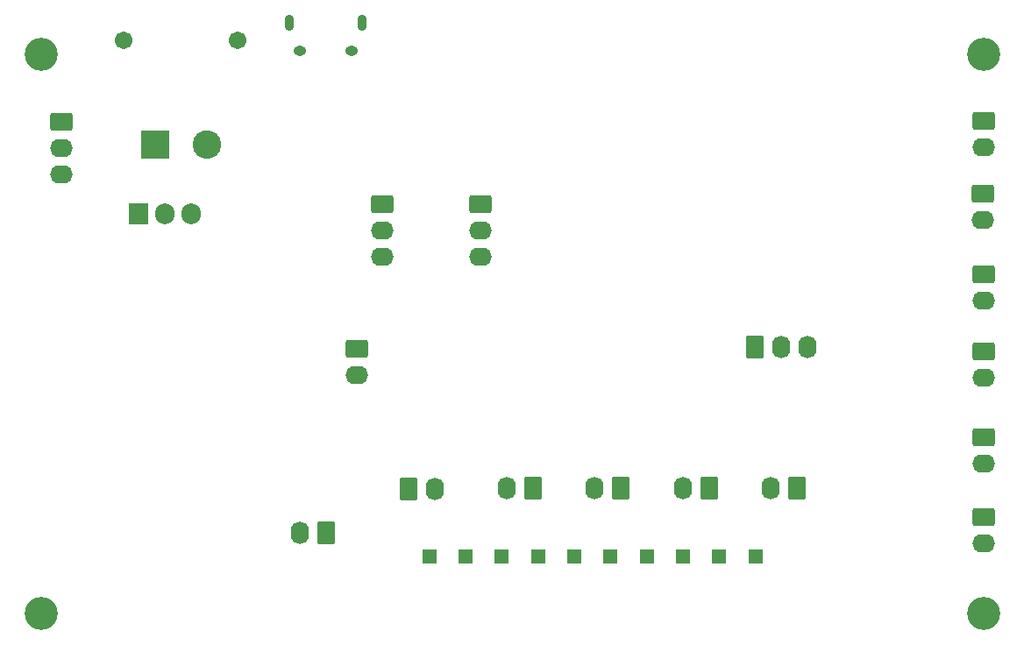
<source format=gbr>
%TF.GenerationSoftware,KiCad,Pcbnew,8.0.8*%
%TF.CreationDate,2025-03-31T14:22:47-05:00*%
%TF.ProjectId,Smart Tripod,536d6172-7420-4547-9269-706f642e6b69,rev?*%
%TF.SameCoordinates,Original*%
%TF.FileFunction,Soldermask,Bot*%
%TF.FilePolarity,Negative*%
%FSLAX46Y46*%
G04 Gerber Fmt 4.6, Leading zero omitted, Abs format (unit mm)*
G04 Created by KiCad (PCBNEW 8.0.8) date 2025-03-31 14:22:47*
%MOMM*%
%LPD*%
G01*
G04 APERTURE LIST*
G04 Aperture macros list*
%AMRoundRect*
0 Rectangle with rounded corners*
0 $1 Rounding radius*
0 $2 $3 $4 $5 $6 $7 $8 $9 X,Y pos of 4 corners*
0 Add a 4 corners polygon primitive as box body*
4,1,4,$2,$3,$4,$5,$6,$7,$8,$9,$2,$3,0*
0 Add four circle primitives for the rounded corners*
1,1,$1+$1,$2,$3*
1,1,$1+$1,$4,$5*
1,1,$1+$1,$6,$7*
1,1,$1+$1,$8,$9*
0 Add four rect primitives between the rounded corners*
20,1,$1+$1,$2,$3,$4,$5,0*
20,1,$1+$1,$4,$5,$6,$7,0*
20,1,$1+$1,$6,$7,$8,$9,0*
20,1,$1+$1,$8,$9,$2,$3,0*%
G04 Aperture macros list end*
%ADD10R,1.350000X1.350000*%
%ADD11RoundRect,0.250000X-0.845000X0.620000X-0.845000X-0.620000X0.845000X-0.620000X0.845000X0.620000X0*%
%ADD12O,2.190000X1.740000*%
%ADD13RoundRect,0.250000X0.620000X0.845000X-0.620000X0.845000X-0.620000X-0.845000X0.620000X-0.845000X0*%
%ADD14O,1.740000X2.190000*%
%ADD15RoundRect,0.250000X-0.620000X-0.845000X0.620000X-0.845000X0.620000X0.845000X-0.620000X0.845000X0*%
%ADD16C,2.754000*%
%ADD17RoundRect,0.102000X-1.275000X-1.275000X1.275000X-1.275000X1.275000X1.275000X-1.275000X1.275000X0*%
%ADD18C,1.712000*%
%ADD19O,0.890000X1.550000*%
%ADD20O,1.250000X0.950000*%
%ADD21R,1.905000X2.000000*%
%ADD22O,1.905000X2.000000*%
%ADD23C,3.200000*%
G04 APERTURE END LIST*
D10*
%TO.C,J24*%
X162500000Y-129500000D03*
%TD*%
D11*
%TO.C,J13*%
X188020000Y-87460000D03*
D12*
X188020000Y-90000000D03*
%TD*%
D13*
%TO.C,J11*%
X153000000Y-122960000D03*
D14*
X150460000Y-122960000D03*
%TD*%
D11*
%TO.C,SW3*%
X129980000Y-95460000D03*
D12*
X129980000Y-98000000D03*
X129980000Y-100540000D03*
%TD*%
D10*
%TO.C,J16*%
X152000000Y-129500000D03*
%TD*%
D13*
%TO.C,J12*%
X161500000Y-122960000D03*
D14*
X158960000Y-122960000D03*
%TD*%
D15*
%TO.C,SW1*%
X165960000Y-109260000D03*
D14*
X168500000Y-109260000D03*
X171040000Y-109260000D03*
%TD*%
D11*
%TO.C,SW4*%
X99000000Y-87500000D03*
D12*
X99000000Y-90040000D03*
X99000000Y-92580000D03*
%TD*%
D15*
%TO.C,J14*%
X132460000Y-123000000D03*
D14*
X135000000Y-123000000D03*
%TD*%
D16*
%TO.C,J4*%
X113000000Y-89705750D03*
D17*
X108000000Y-89705750D03*
D18*
X116000000Y-79705750D03*
X105000000Y-79705750D03*
%TD*%
D10*
%TO.C,J21*%
X148500000Y-129500000D03*
%TD*%
D13*
%TO.C,J10*%
X170040000Y-122960000D03*
D14*
X167500000Y-122960000D03*
%TD*%
D11*
%TO.C,J15*%
X127480000Y-109500000D03*
D12*
X127480000Y-112040000D03*
%TD*%
D11*
%TO.C,J8*%
X187980000Y-94500000D03*
D12*
X187980000Y-97040000D03*
%TD*%
D19*
%TO.C,J1*%
X128000000Y-78000000D03*
D20*
X127000000Y-80700000D03*
X122000000Y-80700000D03*
D19*
X121000000Y-78000000D03*
%TD*%
D21*
%TO.C,Q1*%
X106460000Y-96445000D03*
D22*
X109000000Y-96445000D03*
X111540000Y-96445000D03*
%TD*%
D10*
%TO.C,J19*%
X141500000Y-129500000D03*
%TD*%
D23*
%TO.C,H4*%
X97000000Y-135000000D03*
%TD*%
D11*
%TO.C,SW2*%
X139480000Y-95460000D03*
D12*
X139480000Y-98000000D03*
X139480000Y-100540000D03*
%TD*%
D11*
%TO.C,J3*%
X188000000Y-125730000D03*
D12*
X188000000Y-128270000D03*
%TD*%
D23*
%TO.C,H3*%
X188000000Y-135000000D03*
%TD*%
D10*
%TO.C,J22*%
X155500000Y-129500000D03*
%TD*%
D11*
%TO.C,J5*%
X188000000Y-109730000D03*
D12*
X188000000Y-112270000D03*
%TD*%
D11*
%TO.C,J6*%
X188020000Y-118000000D03*
D12*
X188020000Y-120540000D03*
%TD*%
D10*
%TO.C,J25*%
X166000000Y-129500000D03*
%TD*%
%TO.C,J18*%
X138000000Y-129500000D03*
%TD*%
%TO.C,J20*%
X145000000Y-129500000D03*
%TD*%
D23*
%TO.C,H1*%
X97000000Y-81000000D03*
%TD*%
D13*
%TO.C,J9*%
X144500000Y-122960000D03*
D14*
X141960000Y-122960000D03*
%TD*%
D11*
%TO.C,J7*%
X188020000Y-102230000D03*
D12*
X188020000Y-104770000D03*
%TD*%
D10*
%TO.C,J17*%
X134500000Y-129500000D03*
%TD*%
D13*
%TO.C,J2*%
X124500000Y-127260000D03*
D14*
X121960000Y-127260000D03*
%TD*%
D23*
%TO.C,H2*%
X188000000Y-81000000D03*
%TD*%
D10*
%TO.C,J23*%
X159000000Y-129500000D03*
%TD*%
M02*

</source>
